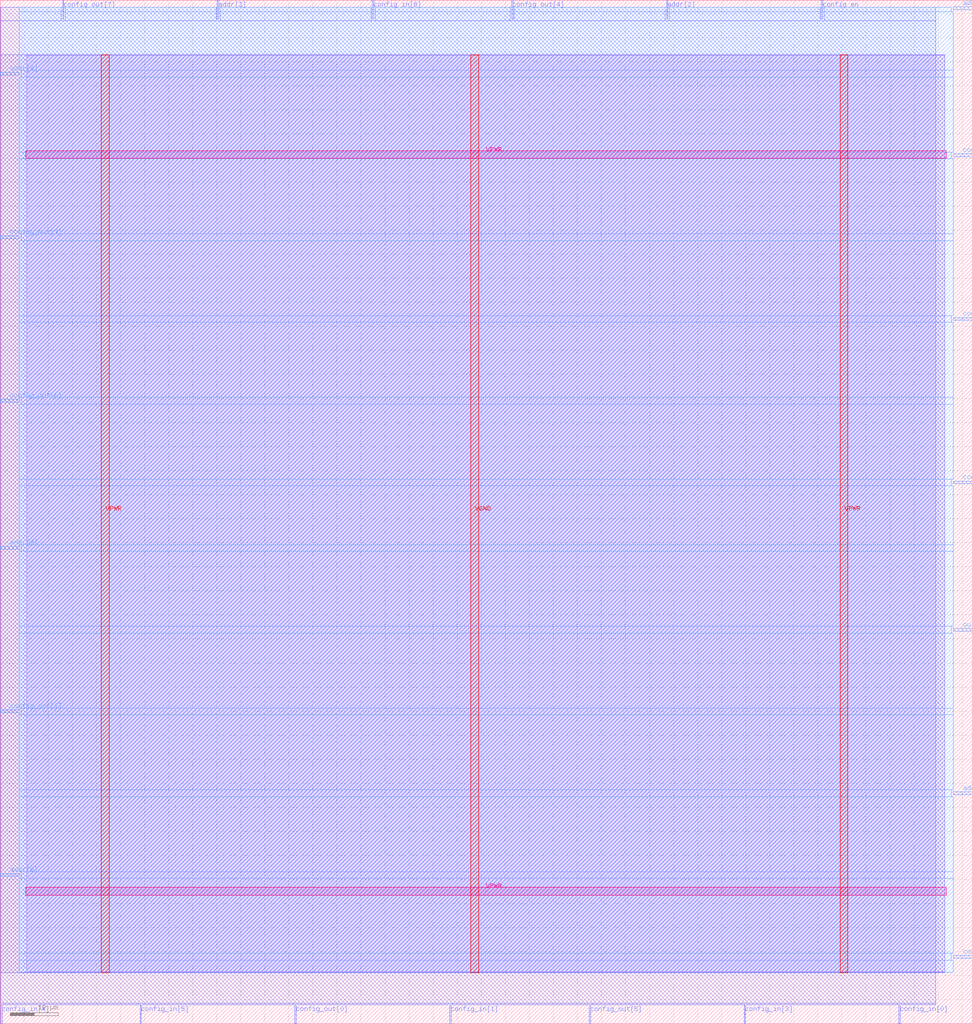
<source format=lef>
VERSION 5.7 ;
  NOWIREEXTENSIONATPIN ON ;
  DIVIDERCHAR "/" ;
  BUSBITCHARS "[]" ;
MACRO lut_s44
  CLASS BLOCK ;
  FOREIGN lut_s44 ;
  ORIGIN 0.000 0.000 ;
  SIZE 202.100 BY 212.820 ;
  PIN VGND
    DIRECTION INOUT ;
    USE GROUND ;
    PORT
      LAYER met4 ;
        RECT 97.840 10.640 99.440 201.520 ;
    END
  END VGND
  PIN VPWR
    DIRECTION INOUT ;
    USE POWER ;
    PORT
      LAYER met4 ;
        RECT 21.040 10.640 22.640 201.520 ;
    END
    PORT
      LAYER met4 ;
        RECT 174.640 10.640 176.240 201.520 ;
    END
    PORT
      LAYER met5 ;
        RECT 5.280 26.730 196.660 28.330 ;
    END
    PORT
      LAYER met5 ;
        RECT 5.280 179.910 196.660 181.510 ;
    END
  END VPWR
  PIN addr[0]
    DIRECTION INPUT ;
    USE SIGNAL ;
    PORT
      LAYER met3 ;
        RECT 0.000 30.640 4.000 31.240 ;
    END
  END addr[0]
  PIN addr[1]
    DIRECTION INPUT ;
    USE SIGNAL ;
    PORT
      LAYER met3 ;
        RECT 198.100 47.640 202.100 48.240 ;
    END
  END addr[1]
  PIN addr[2]
    DIRECTION INPUT ;
    USE SIGNAL ;
    PORT
      LAYER met2 ;
        RECT 138.550 208.820 138.830 212.820 ;
    END
  END addr[2]
  PIN addr[3]
    DIRECTION INPUT ;
    USE SIGNAL ;
    PORT
      LAYER met2 ;
        RECT 45.170 208.820 45.450 212.820 ;
    END
  END addr[3]
  PIN addr[4]
    DIRECTION INPUT ;
    USE SIGNAL ;
    PORT
      LAYER met3 ;
        RECT 0.000 197.240 4.000 197.840 ;
    END
  END addr[4]
  PIN addr[5]
    DIRECTION INPUT ;
    USE SIGNAL ;
    PORT
      LAYER met3 ;
        RECT 198.100 210.840 202.100 211.440 ;
    END
  END addr[5]
  PIN addr[6]
    DIRECTION INPUT ;
    USE SIGNAL ;
    PORT
      LAYER met3 ;
        RECT 0.000 98.640 4.000 99.240 ;
    END
  END addr[6]
  PIN config_clk
    DIRECTION INPUT ;
    USE SIGNAL ;
    PORT
      LAYER met3 ;
        RECT 198.100 180.240 202.100 180.840 ;
    END
  END config_clk
  PIN config_en
    DIRECTION INPUT ;
    USE SIGNAL ;
    PORT
      LAYER met2 ;
        RECT 170.750 208.820 171.030 212.820 ;
    END
  END config_en
  PIN config_in[0]
    DIRECTION INPUT ;
    USE SIGNAL ;
    PORT
      LAYER met2 ;
        RECT 186.850 0.000 187.130 4.000 ;
    END
  END config_in[0]
  PIN config_in[1]
    DIRECTION INPUT ;
    USE SIGNAL ;
    PORT
      LAYER met2 ;
        RECT 93.470 0.000 93.750 4.000 ;
    END
  END config_in[1]
  PIN config_in[2]
    DIRECTION INPUT ;
    USE SIGNAL ;
    PORT
      LAYER met3 ;
        RECT 198.100 112.240 202.100 112.840 ;
    END
  END config_in[2]
  PIN config_in[3]
    DIRECTION INPUT ;
    USE SIGNAL ;
    PORT
      LAYER met2 ;
        RECT 154.650 0.000 154.930 4.000 ;
    END
  END config_in[3]
  PIN config_in[4]
    DIRECTION INPUT ;
    USE SIGNAL ;
    PORT
      LAYER met2 ;
        RECT 0.090 0.000 0.370 4.000 ;
    END
  END config_in[4]
  PIN config_in[5]
    DIRECTION INPUT ;
    USE SIGNAL ;
    PORT
      LAYER met2 ;
        RECT 29.070 0.000 29.350 4.000 ;
    END
  END config_in[5]
  PIN config_in[6]
    DIRECTION INPUT ;
    USE SIGNAL ;
    PORT
      LAYER met2 ;
        RECT 77.370 208.820 77.650 212.820 ;
    END
  END config_in[6]
  PIN config_in[7]
    DIRECTION INPUT ;
    USE SIGNAL ;
    PORT
      LAYER met3 ;
        RECT 198.100 13.640 202.100 14.240 ;
    END
  END config_in[7]
  PIN config_out[0]
    DIRECTION OUTPUT TRISTATE ;
    USE SIGNAL ;
    PORT
      LAYER met2 ;
        RECT 61.270 0.000 61.550 4.000 ;
    END
  END config_out[0]
  PIN config_out[1]
    DIRECTION OUTPUT TRISTATE ;
    USE SIGNAL ;
    PORT
      LAYER met3 ;
        RECT 0.000 64.640 4.000 65.240 ;
    END
  END config_out[1]
  PIN config_out[2]
    DIRECTION OUTPUT TRISTATE ;
    USE SIGNAL ;
    PORT
      LAYER met3 ;
        RECT 198.100 146.240 202.100 146.840 ;
    END
  END config_out[2]
  PIN config_out[3]
    DIRECTION OUTPUT TRISTATE ;
    USE SIGNAL ;
    PORT
      LAYER met3 ;
        RECT 0.000 163.240 4.000 163.840 ;
    END
  END config_out[3]
  PIN config_out[4]
    DIRECTION OUTPUT TRISTATE ;
    USE SIGNAL ;
    PORT
      LAYER met2 ;
        RECT 106.350 208.820 106.630 212.820 ;
    END
  END config_out[4]
  PIN config_out[5]
    DIRECTION OUTPUT TRISTATE ;
    USE SIGNAL ;
    PORT
      LAYER met2 ;
        RECT 122.450 0.000 122.730 4.000 ;
    END
  END config_out[5]
  PIN config_out[6]
    DIRECTION OUTPUT TRISTATE ;
    USE SIGNAL ;
    PORT
      LAYER met3 ;
        RECT 0.000 129.240 4.000 129.840 ;
    END
  END config_out[6]
  PIN config_out[7]
    DIRECTION OUTPUT TRISTATE ;
    USE SIGNAL ;
    PORT
      LAYER met2 ;
        RECT 12.970 208.820 13.250 212.820 ;
    END
  END config_out[7]
  PIN out
    DIRECTION OUTPUT TRISTATE ;
    USE SIGNAL ;
    PORT
      LAYER met3 ;
        RECT 198.100 81.640 202.100 82.240 ;
    END
  END out
  OBS
      LAYER li1 ;
        RECT 5.520 10.795 196.420 201.365 ;
      LAYER met1 ;
        RECT 0.070 10.640 196.420 201.520 ;
      LAYER met2 ;
        RECT 0.100 208.540 12.690 211.325 ;
        RECT 13.530 208.540 44.890 211.325 ;
        RECT 45.730 208.540 77.090 211.325 ;
        RECT 77.930 208.540 106.070 211.325 ;
        RECT 106.910 208.540 138.270 211.325 ;
        RECT 139.110 208.540 170.470 211.325 ;
        RECT 171.310 208.540 194.480 211.325 ;
        RECT 0.100 4.280 194.480 208.540 ;
        RECT 0.650 4.000 28.790 4.280 ;
        RECT 29.630 4.000 60.990 4.280 ;
        RECT 61.830 4.000 93.190 4.280 ;
        RECT 94.030 4.000 122.170 4.280 ;
        RECT 123.010 4.000 154.370 4.280 ;
        RECT 155.210 4.000 186.570 4.280 ;
        RECT 187.410 4.000 194.480 4.280 ;
      LAYER met3 ;
        RECT 4.000 210.440 197.700 211.305 ;
        RECT 4.000 198.240 198.100 210.440 ;
        RECT 4.400 196.840 198.100 198.240 ;
        RECT 4.000 181.240 198.100 196.840 ;
        RECT 4.000 179.840 197.700 181.240 ;
        RECT 4.000 164.240 198.100 179.840 ;
        RECT 4.400 162.840 198.100 164.240 ;
        RECT 4.000 147.240 198.100 162.840 ;
        RECT 4.000 145.840 197.700 147.240 ;
        RECT 4.000 130.240 198.100 145.840 ;
        RECT 4.400 128.840 198.100 130.240 ;
        RECT 4.000 113.240 198.100 128.840 ;
        RECT 4.000 111.840 197.700 113.240 ;
        RECT 4.000 99.640 198.100 111.840 ;
        RECT 4.400 98.240 198.100 99.640 ;
        RECT 4.000 82.640 198.100 98.240 ;
        RECT 4.000 81.240 197.700 82.640 ;
        RECT 4.000 65.640 198.100 81.240 ;
        RECT 4.400 64.240 198.100 65.640 ;
        RECT 4.000 48.640 198.100 64.240 ;
        RECT 4.000 47.240 197.700 48.640 ;
        RECT 4.000 31.640 198.100 47.240 ;
        RECT 4.400 30.240 198.100 31.640 ;
        RECT 4.000 14.640 198.100 30.240 ;
        RECT 4.000 13.240 197.700 14.640 ;
        RECT 4.000 10.715 198.100 13.240 ;
  END
END lut_s44
END LIBRARY


</source>
